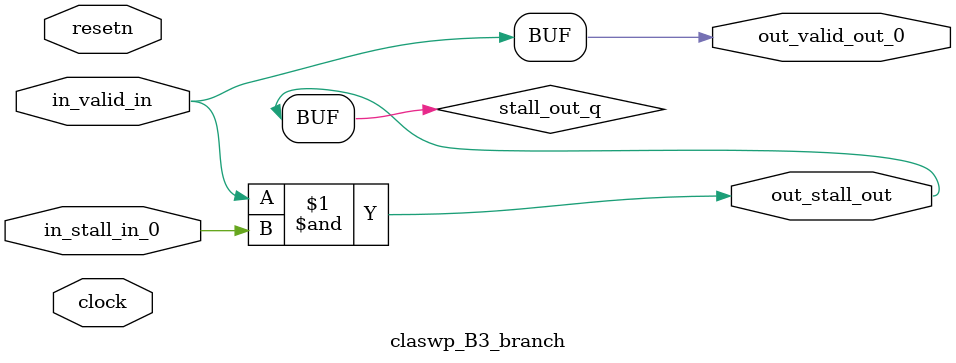
<source format=sv>



(* altera_attribute = "-name AUTO_SHIFT_REGISTER_RECOGNITION OFF; -name MESSAGE_DISABLE 10036; -name MESSAGE_DISABLE 10037; -name MESSAGE_DISABLE 14130; -name MESSAGE_DISABLE 14320; -name MESSAGE_DISABLE 15400; -name MESSAGE_DISABLE 14130; -name MESSAGE_DISABLE 10036; -name MESSAGE_DISABLE 12020; -name MESSAGE_DISABLE 12030; -name MESSAGE_DISABLE 12010; -name MESSAGE_DISABLE 12110; -name MESSAGE_DISABLE 14320; -name MESSAGE_DISABLE 13410; -name MESSAGE_DISABLE 113007; -name MESSAGE_DISABLE 10958" *)
module claswp_B3_branch (
    input wire [0:0] in_stall_in_0,
    input wire [0:0] in_valid_in,
    output wire [0:0] out_stall_out,
    output wire [0:0] out_valid_out_0,
    input wire clock,
    input wire resetn
    );

    wire [0:0] stall_out_q;


    // stall_out(LOGICAL,6)
    assign stall_out_q = in_valid_in & in_stall_in_0;

    // out_stall_out(GPOUT,4)
    assign out_stall_out = stall_out_q;

    // out_valid_out_0(GPOUT,5)
    assign out_valid_out_0 = in_valid_in;

endmodule

</source>
